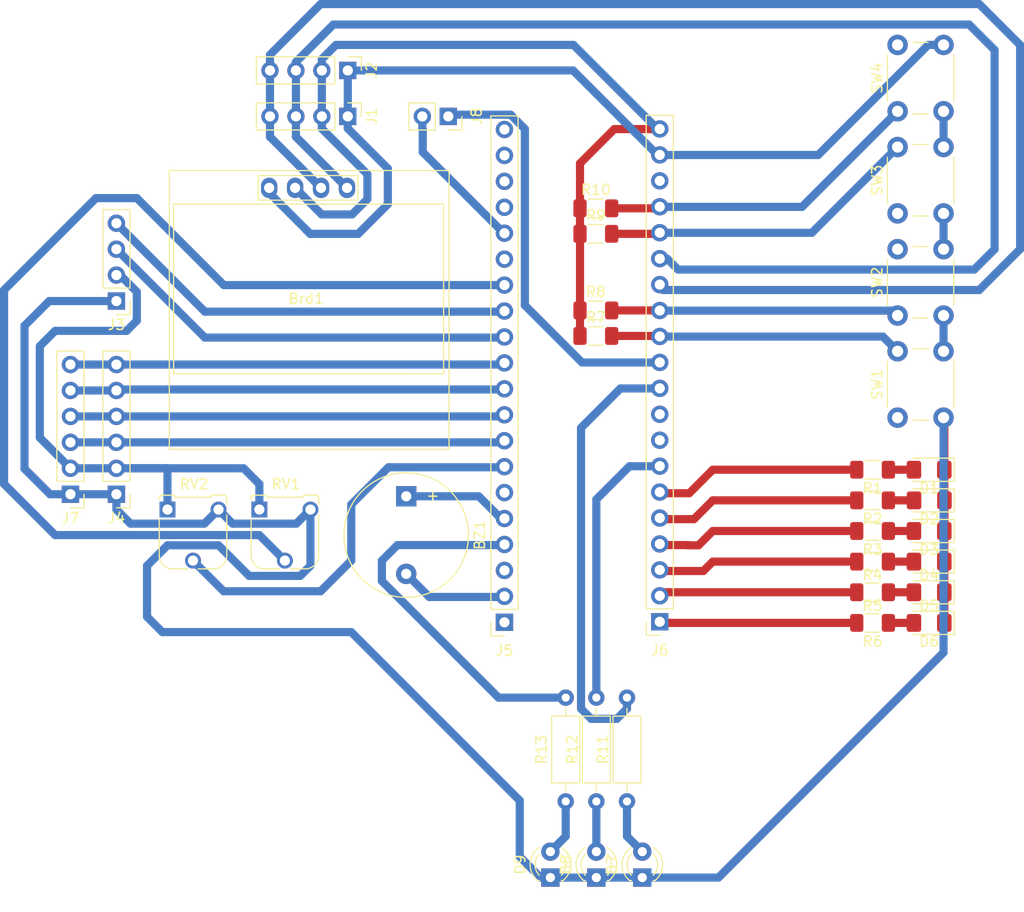
<source format=kicad_pcb>
(kicad_pcb (version 20240108) (generator "pcbnew") (generator_version "8.0")
  (layers (0 "F.Cu" signal) (31 "B.Cu" signal) (34 "B.Paste" user) (35 "F.Paste" user) (36 "B.SilkS" user "B.Silkscreen") (37 "F.SilkS" user "F.Silkscreen") (38 "B.Mask" user) (39 "F.Mask" user) (44 "Edge.Cuts" user))
  (net 0 "")
  (net 1 "/SCL")
  (net 2 "/SDA")
  (net 3 "/GND")
  (net 4 "/VCC_3.3V")
  (net 5 "Net-(D1-A)")
  (net 6 "Net-(D2-A)")
  (net 7 "Net-(D3-A)")
  (net 8 "Net-(D4-A)")
  (net 9 "Net-(D5-A)")
  (net 10 "Net-(D6-A)")
  (net 11 "Net-(D7-A)")
  (net 12 "Net-(D8-A)")
  (net 13 "Net-(D9-A)")
  (net 14 "/USART_TX")
  (net 15 "/USART_RX")
  (net 16 "/MOSI")
  (net 17 "/MISO")
  (net 18 "/SS_SPI")
  (net 19 "/SCK_SPI")
  (net 20 "/POT1")
  (net 28 "/BUZZER")
  (net 29 "/VCC_5V")
  (net 30 "/AIN1")
  (net 31 "/POT2")
  (net 32 "/LED_GRN")
  (net 33 "/LED1")
  (net 34 "/BTN1")
  (net 35 "/LED2")
  (net 36 "/LED0")
  (net 37 "/LED_RED")
  (net 38 "/BTN0")
  (net 39 "/BTN3")
  (net 40 "/LED5")
  (net 41 "/LED3")
  (net 42 "/LED4")
  (net 43 "/BTN2")
  (net 44 "/LED_YLLW")
  (net 45 "/R")
  (net 46 "/SWO")
  (footprint "LED_SMD:LED_1206_3216Metric_Pad1.42x1.75mm_HandSolder" (layer "F.Cu") (at 180.1 82.6 180)
    (property "Reference" "D2" (at 0 -1.82 180) (layer "F.SilkS"))
    (property "Value" "LED_SMD")
    (pad "1" smd roundrect (at -1.4875 0 180) (size 1.425 1.75) (layers "F.Cu" "F.Paste" "F.Mask") (roundrect_rratio 0.175439) (net 3 "/GND"))
    (pad "2" smd roundrect (at 1.4875 0 180) (size 1.425 1.75) (layers "F.Cu" "F.Paste" "F.Mask") (roundrect_rratio 0.175439) (net 6 "Net-(D2-A)"))
  )
  (footprint "Resistor_SMD:R_1206_3216Metric_Pad1.30x1.75mm_HandSolder" (layer "F.Cu") (at 174.55 79.6 180)
    (property "Reference" "R1" (at 0 -1.82 180) (layer "F.SilkS"))
    (property "Value" "R")
    (pad "1" smd roundrect (at -1.55 0 180) (size 1.3 1.75) (layers "F.Cu" "F.Paste" "F.Mask") (roundrect_rratio 0.192308) (net 5 "Net-(D1-A)"))
    (pad "2" smd roundrect (at 1.55 0 180) (size 1.3 1.75) (layers "F.Cu" "F.Paste" "F.Mask") (roundrect_rratio 0.192308) (net 36 "/LED0"))
  )
  (footprint "Button_Switch_THT:SW_PUSH_6mm" (layer "F.Cu") (at 177 54.5 90)
    (property "Reference" "SW3" (at 3.25 -2 270) (layer "F.SilkS"))
    (property "Value" "SW_Push")
    (pad "1" thru_hole circle (at 0 0 180) (size 2 2) (drill 1.1) (layers "*.Cu" "*.Mask") (net 43 "/BTN2"))
    (pad "1" thru_hole circle (at 6.5 0 180) (size 2 2) (drill 1.1) (layers "*.Cu" "*.Mask") (net 43 "/BTN2"))
    (pad "2" thru_hole circle (at 0 4.5 180) (size 2 2) (drill 1.1) (layers "*.Cu" "*.Mask") (net 3 "/GND"))
    (pad "2" thru_hole circle (at 6.5 4.5 180) (size 2 2) (drill 1.1) (layers "*.Cu" "*.Mask") (net 3 "/GND"))
  )
  (footprint "Connector_PinHeader_2.54mm:PinHeader_1x04_P2.54mm_Vertical" (layer "F.Cu") (at 100.5 63.08 180)
    (property "Reference" "J3" (at 0 -2.33 180) (layer "F.SilkS"))
    (property "Value" "Conn_UART")
    (pad "1" thru_hole rect (at 0 0 180) (size 1.7 1.7) (drill 1) (layers "*.Cu" "*.Mask") (net 3 "/GND"))
    (pad "2" thru_hole oval (at 0 2.54 180) (size 1.7 1.7) (drill 1) (layers "*.Cu" "*.Mask") (net 4 "/VCC_3.3V"))
    (pad "3" thru_hole oval (at 0 5.08 180) (size 1.7 1.7) (drill 1) (layers "*.Cu" "*.Mask") (net 15 "/USART_RX"))
    (pad "4" thru_hole oval (at 0 7.62 180) (size 1.7 1.7) (drill 1) (layers "*.Cu" "*.Mask") (net 14 "/USART_TX"))
  )
  (footprint "LED_THT:LED_D3.0mm" (layer "F.Cu") (at 147.5 119.54 90)
    (property "Reference" "D8" (at 1.27 -2.96 270) (layer "F.SilkS"))
    (property "Value" "LED_YELLOW")
    (pad "1" thru_hole rect (at 0 0 90) (size 1.8 1.8) (drill 0.9) (layers "*.Cu" "*.Mask") (net 3 "/GND"))
    (pad "2" thru_hole circle (at 2.54 0 90) (size 1.8 1.8) (drill 0.9) (layers "*.Cu" "*.Mask") (net 12 "Net-(D8-A)"))
  )
  (footprint "Connector_PinHeader_2.54mm:PinHeader_1x04_P2.54mm_Vertical" (layer "F.Cu") (at 123.16 40.5 -90)
    (property "Reference" "J2" (at 0 -2.33 90) (layer "F.SilkS"))
    (property "Value" "Conn_I2C_2" (hide yes))
    (pad "1" thru_hole rect (at 0 0 270) (size 1.7 1.7) (drill 1) (layers "*.Cu" "*.Mask") (net 3 "/GND"))
    (pad "2" thru_hole oval (at 0 2.54 270) (size 1.7 1.7) (drill 1) (layers "*.Cu" "*.Mask") (net 4 "/VCC_3.3V"))
    (pad "3" thru_hole oval (at 0 5.08 270) (size 1.7 1.7) (drill 1) (layers "*.Cu" "*.Mask") (net 2 "/SDA"))
    (pad "4" thru_hole oval (at 0 7.62 270) (size 1.7 1.7) (drill 1) (layers "*.Cu" "*.Mask") (net 1 "/SCL"))
  )
  (footprint "Connector_PinHeader_2.54mm:PinHeader_1x06_P2.54mm_Vertical" (layer "F.Cu") (at 100.5 82 180)
    (property "Reference" "J4" (at 0 -2.33 180) (layer "F.SilkS"))
    (property "Value" "Conn_SPI")
    (pad "1" thru_hole rect (at 0 0 180) (size 1.7 1.7) (drill 1) (layers "*.Cu" "*.Mask") (net 3 "/GND"))
    (pad "2" thru_hole oval (at 0 2.54 180) (size 1.7 1.7) (drill 1) (layers "*.Cu" "*.Mask") (net 4 "/VCC_3.3V"))
    (pad "3" thru_hole oval (at 0 5.08 180) (size 1.7 1.7) (drill 1) (layers "*.Cu" "*.Mask") (net 16 "/MOSI"))
    (pad "4" thru_hole oval (at 0 7.62 180) (size 1.7 1.7) (drill 1) (layers "*.Cu" "*.Mask") (net 17 "/MISO"))
    (pad "5" thru_hole oval (at 0 10.16 180) (size 1.7 1.7) (drill 1) (layers "*.Cu" "*.Mask") (net 19 "/SCK_SPI"))
    (pad "6" thru_hole oval (at 0 12.7 180) (size 1.7 1.7) (drill 1) (layers "*.Cu" "*.Mask") (net 18 "/SS_SPI"))
  )
  (footprint "LED_SMD:LED_1206_3216Metric_Pad1.42x1.75mm_HandSolder" (layer "F.Cu") (at 180.0875 79.6 180)
    (property "Reference" "D1" (at 0 -1.82 180) (layer "F.SilkS"))
    (property "Value" "LED_SMD")
    (pad "1" smd roundrect (at -1.4875 0 180) (size 1.425 1.75) (layers "F.Cu" "F.Paste" "F.Mask") (roundrect_rratio 0.175439) (net 3 "/GND"))
    (pad "2" smd roundrect (at 1.4875 0 180) (size 1.425 1.75) (layers "F.Cu" "F.Paste" "F.Mask") (roundrect_rratio 0.175439) (net 5 "Net-(D1-A)"))
  )
  (footprint "Connector_PinHeader_2.54mm:PinHeader_1x06_P2.54mm_Vertical" (layer "F.Cu") (at 96 82 180)
    (property "Reference" "J7" (at 0 -2.33 180) (layer "F.SilkS"))
    (property "Value" "Conn_SPI")
    (pad "1" thru_hole rect (at 0 0 180) (size 1.7 1.7) (drill 1) (layers "*.Cu" "*.Mask") (net 3 "/GND"))
    (pad "2" thru_hole oval (at 0 2.54 180) (size 1.7 1.7) (drill 1) (layers "*.Cu" "*.Mask") (net 4 "/VCC_3.3V"))
    (pad "3" thru_hole oval (at 0 5.08 180) (size 1.7 1.7) (drill 1) (layers "*.Cu" "*.Mask") (net 16 "/MOSI"))
    (pad "4" thru_hole oval (at 0 7.62 180) (size 1.7 1.7) (drill 1) (layers "*.Cu" "*.Mask") (net 17 "/MISO"))
    (pad "5" thru_hole oval (at 0 10.16 180) (size 1.7 1.7) (drill 1) (layers "*.Cu" "*.Mask") (net 19 "/SCK_SPI"))
    (pad "6" thru_hole oval (at 0 12.7 180) (size 1.7 1.7) (drill 1) (layers "*.Cu" "*.Mask") (net 18 "/SS_SPI"))
  )
  (footprint "Resistor_THT:R_Axial_DIN0207_L6.3mm_D2.5mm_P10.16mm_Horizontal" (layer "F.Cu") (at 144.5 112.08 90)
    (property "Reference" "R13" (at 5.08 -2.37 270) (layer "F.SilkS"))
    (property "Value" "R_THT")
    (pad "1" thru_hole circle (at 0 0 90) (size 1.6 1.6) (drill 0.8) (layers "*.Cu" "*.Mask") (net 13 "Net-(D9-A)"))
    (pad "2" thru_hole oval (at 10.16 0 90) (size 1.6 1.6) (drill 0.8) (layers "*.Cu" "*.Mask") (net 32 "/LED_GRN"))
  )
  (footprint "LED_SMD:LED_1206_3216Metric_Pad1.42x1.75mm_HandSolder" (layer "F.Cu") (at 180.0875 88.6 180)
    (property "Reference" "D4" (at 0 -1.32 180) (layer "F.SilkS"))
    (property "Value" "LED_SMD")
    (pad "1" smd roundrect (at -1.4875 0 180) (size 1.425 1.75) (layers "F.Cu" "F.Paste" "F.Mask") (roundrect_rratio 0.175439) (net 3 "/GND"))
    (pad "2" smd roundrect (at 1.4875 0 180) (size 1.425 1.75) (layers "F.Cu" "F.Paste" "F.Mask") (roundrect_rratio 0.175439) (net 8 "Net-(D4-A)"))
  )
  (footprint "Resistor_SMD:R_1206_3216Metric_Pad1.30x1.75mm_HandSolder" (layer "F.Cu") (at 174.55 94.6 180)
    (property "Reference" "R6" (at 0 -1.82 180) (layer "F.SilkS"))
    (property "Value" "R")
    (pad "1" smd roundrect (at -1.55 0 180) (size 1.3 1.75) (layers "F.Cu" "F.Paste" "F.Mask") (roundrect_rratio 0.192308) (net 10 "Net-(D6-A)"))
    (pad "2" smd roundrect (at 1.55 0 180) (size 1.3 1.75) (layers "F.Cu" "F.Paste" "F.Mask") (roundrect_rratio 0.192308) (net 40 "/LED5"))
  )
  (footprint "LED_THT:LED_D3.0mm" (layer "F.Cu") (at 152 119.54 90)
    (property "Reference" "D7" (at 1.27 -2.96 270) (layer "F.SilkS"))
    (property "Value" "LED_RED")
    (pad "1" thru_hole rect (at 0 0 90) (size 1.8 1.8) (drill 0.9) (layers "*.Cu" "*.Mask") (net 3 "/GND"))
    (pad "2" thru_hole circle (at 2.54 0 90) (size 1.8 1.8) (drill 0.9) (layers "*.Cu" "*.Mask") (net 11 "Net-(D7-A)"))
  )
  (footprint "Button_Switch_THT:SW_PUSH_6mm" (layer "F.Cu") (at 177 44.5 90)
    (property "Reference" "SW4" (at 3.25 -2 270) (layer "F.SilkS"))
    (property "Value" "SW_Push")
    (pad "1" thru_hole circle (at 0 0 180) (size 2 2) (drill 1.1) (layers "*.Cu" "*.Mask") (net 39 "/BTN3"))
    (pad "1" thru_hole circle (at 6.5 0 180) (size 2 2) (drill 1.1) (layers "*.Cu" "*.Mask") (net 39 "/BTN3"))
    (pad "2" thru_hole circle (at 0 4.5 180) (size 2 2) (drill 1.1) (layers "*.Cu" "*.Mask") (net 3 "/GND"))
    (pad "2" thru_hole circle (at 6.5 4.5 180) (size 2 2) (drill 1.1) (layers "*.Cu" "*.Mask") (net 3 "/GND"))
  )
  (footprint "Resistor_SMD:R_1206_3216Metric_Pad1.30x1.75mm_HandSolder" (layer "F.Cu") (at 147.45 66.5)
    (property "Reference" "R7" (at 0 -1.82 360) (layer "F.SilkS"))
    (property "Value" "R")
    (pad "1" smd roundrect (at -1.55 0) (size 1.3 1.75) (layers "F.Cu" "F.Paste" "F.Mask") (roundrect_rratio 0.192308) (net 4 "/VCC_3.3V"))
    (pad "2" smd roundrect (at 1.55 0) (size 1.3 1.75) (layers "F.Cu" "F.Paste" "F.Mask") (roundrect_rratio 0.192308) (net 38 "/BTN0"))
  )
  (footprint "Potentiometer_THT:Potentiometer_Runtron_RM-065_Vertical" (layer "F.Cu") (at 105.5 83.5)
    (property "Reference" "RV2" (at 2.6 -2.5 0) (layer "F.SilkS"))
    (property "Value" "R_Potentiometer_Trim")
    (pad "1" thru_hole rect (at 0 0) (size 1.56 1.56) (drill 1) (layers "*.Cu" "*.Mask") (net 4 "/VCC_3.3V"))
    (pad "2" thru_hole circle (at 2.5 5) (size 1.56 1.56) (drill 1) (layers "*.Cu" "*.Mask") (net 31 "/POT2"))
    (pad "3" thru_hole circle (at 5 0) (size 1.56 1.56) (drill 1) (layers "*.Cu" "*.Mask") (net 3 "/GND"))
  )
  (footprint "LED_SMD:LED_1206_3216Metric_Pad1.42x1.75mm_HandSolder" (layer "F.Cu") (at 180.0875 85.6 180)
    (property "Reference" "D3" (at 0 -1.82 180) (layer "F.SilkS"))
    (property "Value" "LED_SMD")
    (pad "1" smd roundrect (at -1.4875 0 180) (size 1.425 1.75) (layers "F.Cu" "F.Paste" "F.Mask") (roundrect_rratio 0.175439) (net 3 "/GND"))
    (pad "2" smd roundrect (at 1.4875 0 180) (size 1.425 1.75) (layers "F.Cu" "F.Paste" "F.Mask") (roundrect_rratio 0.175439) (net 7 "Net-(D3-A)"))
  )
  (footprint "Resistor_SMD:R_1206_3216Metric_Pad1.30x1.75mm_HandSolder" (layer "F.Cu") (at 174.55 82.6 180)
    (property "Reference" "R2" (at 0 -1.82 180) (layer "F.SilkS"))
    (property "Value" "R")
    (pad "1" smd roundrect (at -1.55 0 180) (size 1.3 1.75) (layers "F.Cu" "F.Paste" "F.Mask") (roundrect_rratio 0.192308) (net 6 "Net-(D2-A)"))
    (pad "2" smd roundrect (at 1.55 0 180) (size 1.3 1.75) (layers "F.Cu" "F.Paste" "F.Mask") (roundrect_rratio 0.192308) (net 33 "/LED1"))
  )
  (footprint "Resistor_SMD:R_1206_3216Metric_Pad1.30x1.75mm_HandSolder" (layer "F.Cu") (at 147.45 64)
    (property "Reference" "R8" (at 0 -1.82 360) (layer "F.SilkS"))
    (property "Value" "R")
    (pad "1" smd roundrect (at -1.55 0) (size 1.3 1.75) (layers "F.Cu" "F.Paste" "F.Mask") (roundrect_rratio 0.192308) (net 4 "/VCC_3.3V"))
    (pad "2" smd roundrect (at 1.55 0) (size 1.3 1.75) (layers "F.Cu" "F.Paste" "F.Mask") (roundrect_rratio 0.192308) (net 34 "/BTN1"))
  )
  (footprint "Buzzer_Beeper:Buzzer_12x9.5RM7.6" (layer "F.Cu") (at 128.88 82.2 -90)
    (property "Reference" "BZ1" (at 3.8 -7.2 90) (layer "F.SilkS"))
    (property "Value" "Buzzer")
    (fp_text user "+" (at -0.01 -2.54 90) (layer "F.SilkS"))
    (pad "1" thru_hole rect (at 0 0 270) (size 2 2) (drill 1) (layers "*.Cu" "*.Mask") (net 28 "/BUZZER"))
    (pad "2" thru_hole circle (at 7.6 0 270) (size 2 2) (drill 1) (layers "*.Cu" "*.Mask") (net 3 "/GND"))
  )
  (footprint "Button_Switch_THT:SW_PUSH_6mm" (layer "F.Cu") (at 177 64.5 90)
    (property "Reference" "SW2" (at 3.25 -2 270) (layer "F.SilkS"))
    (property "Value" "SW_Push")
    (pad "1" thru_hole circle (at 0 0 180) (size 2 2) (drill 1.1) (layers "*.Cu" "*.Mask") (net 34 "/BTN1"))
    (pad "1" thru_hole circle (at 6.5 0 180) (size 2 2) (drill 1.1) (layers "*.Cu" "*.Mask") (net 34 "/BTN1"))
    (pad "2" thru_hole circle (at 0 4.5 180) (size 2 2) (drill 1.1) (layers "*.Cu" "*.Mask") (net 3 "/GND"))
    (pad "2" thru_hole circle (at 6.5 4.5 180) (size 2 2) (drill 1.1) (layers "*.Cu" "*.Mask") (net 3 "/GND"))
  )
  (footprint "Connector_PinSocket_2.54mm:PinSocket_1x20_P2.54mm_Vertical" (layer "F.Cu") (at 153.71 94.49 180)
    (property "Reference" "J6" (at 0 -2.77 180) (layer "F.SilkS"))
    (property "Value" "Conn_01x20")
    (pad "1" thru_hole rect (at 0 0 180) (size 1.7 1.7) (drill 1) (layers "*.Cu" "*.Mask") (net 40 "/LED5"))
    (pad "2" thru_hole oval (at 0 2.54 180) (size 1.7 1.7) (drill 1) (layers "*.Cu" "*.Mask") (net 42 "/LED4"))
    (pad "3" thru_hole oval (at 0 5.08 180) (size 1.7 1.7) (drill 1) (layers "*.Cu" "*.Mask") (net 41 "/LED3"))
    (pad "4" thru_hole oval (at 0 7.62 180) (size 1.7 1.7) (drill 1) (layers "*.Cu" "*.Mask") (net 35 "/LED2"))
    (pad "5" thru_hole oval (at 0 10.16 180) (size 1.7 1.7) (drill 1) (layers "*.Cu" "*.Mask") (net 33 "/LED1"))
    (pad "6" thru_hole oval (at 0 12.7 180) (size 1.7 1.7) (drill 1) (layers "*.Cu" "*.Mask") (net 36 "/LED0"))
    (pad "7" thru_hole oval (at 0 15.24 180) (size 1.7 1.7) (drill 1) (layers "*.Cu" "*.Mask") (net 44 "/LED_YLLW"))
    (pad "8" thru_hole oval (at 0 17.78 180) (size 1.7 1.7) (drill 1) (layers "*.Cu" "*.Mask"))
    (pad "9" thru_hole oval (at 0 20.32 180) (size 1.7 1.7) (drill 1) (layers "*.Cu" "*.Mask"))
    (pad "10" thru_hole oval (at 0 22.86 180) (size 1.7 1.7) (drill 1) (layers "*.Cu" "*.Mask") (net 37 "/LED_RED"))
    (pad "11" thru_hole oval (at 0 25.4 180) (size 1.7 1.7) (drill 1) (layers "*.Cu" "*.Mask") (net 46 "/SWO"))
    (pad "12" thru_hole oval (at 0 27.94 180) (size 1.7 1.7) (drill 1) (layers "*.Cu" "*.Mask") (net 38 "/BTN0"))
    (pad "13" thru_hole oval (at 0 30.48 180) (size 1.7 1.7) (drill 1) (layers "*.Cu" "*.Mask") (net 34 "/BTN1"))
    (pad "14" thru_hole oval (at 0 33.02 180) (size 1.7 1.7) (drill 1) (layers "*.Cu" "*.Mask") (net 1 "/SCL"))
    (pad "15" thru_hole oval (at 0 35.56 180) (size 1.7 1.7) (drill 1) (layers "*.Cu" "*.Mask") (net 2 "/SDA"))
    (pad "16" thru_hole oval (at 0 38.1 180) (size 1.7 1.7) (drill 1) (layers "*.Cu" "*.Mask") (net 43 "/BTN2"))
    (pad "17" thru_hole oval (at 0 40.64 180) (size 1.7 1.7) (drill 1) (layers "*.Cu" "*.Mask") (net 39 "/BTN3"))
    (pad "18" thru_hole oval (at 0 43.18 180) (size 1.7 1.7) (drill 1) (layers "*.Cu" "*.Mask") (net 29 "/VCC_5V"))
    (pad "19" thru_hole oval (at 0 45.72 180) (size 1.7 1.7) (drill 1) (layers "*.Cu" "*.Mask") (net 3 "/GND"))
    (pad "20" thru_hole oval (at 0 48.26 180) (size 1.7 1.7) (drill 1) (layers "*.Cu" "*.Mask") (net 4 "/VCC_3.3V"))
  )
  (footprint "LED_THT:LED_D3.0mm" (layer "F.Cu") (at 143 119.54 90)
    (property "Reference" "D9" (at 1.27 -2.96 270) (layer "F.SilkS"))
    (property "Value" "LED_GREEN")
    (pad "1" thru_hole rect (at 0 0 90) (size 1.8 1.8) (drill 0.9) (layers "*.Cu" "*.Mask") (net 3 "/GND"))
    (pad "2" thru_hole circle (at 2.54 0 90) (size 1.8 1.8) (drill 0.9) (layers "*.Cu" "*.Mask") (net 13 "Net-(D9-A)"))
  )
  (footprint "Resistor_SMD:R_1206_3216Metric_Pad1.30x1.75mm_HandSolder" (layer "F.Cu") (at 174.55 91.6 180)
    (property "Reference" "R5" (at 0 -1.32 180) (layer "F.SilkS"))
    (property "Value" "R")
    (pad "1" smd roundrect (at -1.55 0 180) (size 1.3 1.75) (layers "F.Cu" "F.Paste" "F.Mask") (roundrect_rratio 0.192308) (net 9 "Net-(D5-A)"))
    (pad "2" smd roundrect (at 1.55 0 180) (size 1.3 1.75) (layers "F.Cu" "F.Paste" "F.Mask") (roundrect_rratio 0.192308) (net 42 "/LED4"))
  )
  (footprint "LED_SMD:LED_1206_3216Metric_Pad1.42x1.75mm_HandSolder" (layer "F.Cu") (at 180.0875 94.6 180)
    (property "Reference" "D6" (at 0 -1.82 180) (layer "F.SilkS"))
    (property "Value" "LED_SMD")
    (pad "1" smd roundrect (at -1.4875 0 180) (size 1.425 1.75) (layers "F.Cu" "F.Paste" "F.Mask") (roundrect_rratio 0.175439) (net 3 "/GND"))
    (pad "2" smd roundrect (at 1.4875 0 180) (size 1.425 1.75) (layers "F.Cu" "F.Paste" "F.Mask") (roundrect_rratio 0.175439) (net 10 "Net-(D6-A)"))
  )
  (footprint "Connector_PinSocket_2.54mm:PinSocket_1x02_P2.54mm_Vertical" (layer "F.Cu") (at 133 45 -90)
    (property "Reference" "J8" (at 0 -2.77 90) (layer "F.SilkS"))
    (property "Value" "Conn_SWO_R")
    (pad "1" thru_hole rect (at 0 0 270) (size 1.7 1.7) (drill 1) (layers "*.Cu" "*.Mask") (net 46 "/SWO"))
    (pad "2" thru_hole oval (at 0 2.54 270) (size 1.7 1.7) (drill 1) (layers "*.Cu" "*.Mask") (net 45 "/R"))
  )
  (footprint "Connector_PinHeader_2.54mm:PinHeader_1x04_P2.54mm_Vertical" (layer "F.Cu") (at 123.16 45 -90)
    (property "Reference" "J1" (at 0 -2.33 90) (layer "F.SilkS"))
    (property "Value" "Conn_I2C_1")
    (pad "1" thru_hole rect (at 0 0 270) (size 1.7 1.7) (drill 1) (layers "*.Cu" "*.Mask") (net 3 "/GND"))
    (pad "2" thru_hole oval (at 0 2.54 270) (size 1.7 1.7) (drill 1) (layers "*.Cu" "*.Mask") (net 4 "/VCC_3.3V"))
    (pad "3" thru_hole oval (at 0 5.08 270) (size 1.7 1.7) (drill 1) (layers "*.Cu" "*.Mask") (net 2 "/SDA"))
    (pad "4" thru_hole oval (at 0 7.62 270) (size 1.7 1.7) (drill 1) (layers "*.Cu" "*.Mask") (net 1 "/SCL"))
  )
  (footprint "Resistor_SMD:R_1206_3216Metric_Pad1.30x1.75mm_HandSolder" (layer "F.Cu") (at 147.45 56.5)
    (property "Reference" "R9" (at 0 -1.82 360) (layer "F.SilkS"))
    (property "Value" "R")
    (pad "1" smd roundrect (at -1.55 0) (size 1.3 1.75) (layers "F.Cu" "F.Paste" "F.Mask") (roundrect_rratio 0.192308) (net 4 "/VCC_3.3V"))
    (pad "2" smd roundrect (at 1.55 0) (size 1.3 1.75) (layers "F.Cu" "F.Paste" "F.Mask") (roundrect_rratio 0.192308) (net 43 "/BTN2"))
  )
  (footprint "Resistor_SMD:R_1206_3216Metric_Pad1.30x1.75mm_HandSolder" (layer "F.Cu") (at 174.55 88.6 180)
    (property "Reference" "R4" (at 0 -1.32 180) (layer "F.SilkS"))
    (property "Value" "R")
    (pad "1" smd roundrect (at -1.55 0 180) (size 1.3 1.75) (layers "F.Cu" "F.Paste" "F.Mask") (roundrect_rratio 0.192308) (net 8 "Net-(D4-A)"))
    (pad "2" smd roundrect (at 1.55 0 180) (size 1.3 1.75) (layers "F.Cu" "F.Paste" "F.Mask") (roundrect_rratio 0.192308) (net 41 "/LED3"))
  )
  (footprint "Potentiometer_THT:Potentiometer_Runtron_RM-065_Vertical" (layer "F.Cu") (at 114.5 83.5)
    (property "Reference" "RV1" (at 2.6 -2.5 0) (layer "F.SilkS"))
    (property "Value" "R_Potentiometer_Trim")
    (pad "1" thru_hole rect (at 0 0) (size 1.56 1.56) (drill 1) (layers "*.Cu" "*.Mask") (net 4 "/VCC_3.3V"))
    (pad "2" thru_hole circle (at 2.5 5) (size 1.56 1.56) (drill 1) (layers "*.Cu" "*.Mask") (net 20 "/POT1"))
    (pad "3" thru_hole circle (at 5 0) (size 1.56 1.56) (drill 1) (layers "*.Cu" "*.Mask") (net 3 "/GND"))
  )
  (footprint "Resistor_SMD:R_1206_3216Metric_Pad1.30x1.75mm_HandSolder" (layer "F.Cu") (at 174.55 85.6 180)
    (property "Reference" "R3" (at 0 -1.82 180) (layer "F.SilkS"))
    (property "Value" "R")
    (pad "1" smd roundrect (at -1.55 0 180) (size 1.3 1.75) (layers "F.Cu" "F.Paste" "F.Mask") (roundrect_rratio 0.192308) (net 7 "Net-(D3-A)"))
    (pad "2" smd roundrect (at 1.55 0 180) (size 1.3 1.75) (layers "F.Cu" "F.Paste" "F.Mask") (roundrect_rratio 0.192308) (net 35 "/LED2"))
  )
  (footprint "Resistor_THT:R_Axial_DIN0207_L6.3mm_D2.5mm_P10.16mm_Horizontal" (layer "F.Cu") (at 147.5 112.08 90)
    (property "Reference" "R12" (at 5.08 -2.37 270) (layer "F.SilkS"))
    (property "Value" "R_THT")
    (pad "1" thru_hole circle (at 0 0 90) (size 1.6 1.6) (drill 0.8) (layers "*.Cu" "*.Mask") (net 12 "Net-(D8-A)"))
    (pad "2" thru_hole oval (at 10.16 0 90) (size 1.6 1.6) (drill 0.8) (layers "*.Cu" "*.Mask") (net 44 "/LED_YLLW"))
  )
  (footprint "Button_Switch_THT:SW_PUSH_6mm" (layer "F.Cu") (at 177 74.5 90)
    (property "Reference" "SW1" (at 3.25 -2 270) (layer "F.SilkS"))
    (property "Value" "SW_Push")
    (pad "1" thru_hole circle (at 0 0 180) (size 2 2) (drill 1.1) (layers "*.Cu" "*.Mask") (net 38 "/BTN0"))
    (pad "1" thru_hole circle (at 6.5 0 180) (size 2 2) (drill 1.1) (layers "*.Cu" "*.Mask") (net 38 "/BTN0"))
    (pad "2" thru_hole circle (at 0 4.5 180) (size 2 2) (drill 1.1) (layers "*.Cu" "*.Mask") (net 3 "/GND"))
    (pad "2" thru_hole circle (at 6.5 4.5 180) (size 2 2) (drill 1.1) (layers "*.Cu" "*.Mask") (net 3 "/GND"))
  )
  (footprint "Resistor_SMD:R_1206_3216Metric_Pad1.30x1.75mm_HandSolder" (layer "F.Cu") (at 147.45 54)
    (property "Reference" "R10" (at 0 -1.82 360) (layer "F.SilkS"))
    (property "Value" "R")
    (pad "1" smd roundrect (at -1.55 0) (size 1.3 1.75) (layers "F.Cu" "F.Paste" "F.Mask") (roundrect_rratio 0.192308) (net 4 "/VCC_3.3V"))
    (pad "2" smd roundrect (at 1.55 0) (size 1.3 1.75) (layers "F.Cu" "F.Paste" "F.Mask") (roundrect_rratio 0.192308) (net 39 "/BTN3"))
  )
  (footprint "KiCad-SSD1306-128x64-master:128x64OLED" (layer "F.Cu") (at 119.08 62.6)
    (property "Reference" "Brd1" (at 0 0.254 0) (layer "F.SilkS"))
    (property "Value" "SSD1306")
    (pad "1" thru_hole oval (at -3.62 -10.6 90) (size 2 1.6) (drill 1) (layers "*.Cu" "*.Mask") (net 3 "/GND"))
    (pad "2" thru_hole oval (at -1.08 -10.6 90) (size 2 1.6) (drill 1) (layers "*.Cu" "*.Mask") (net 4 "/VCC_3.3V"))
    (pad "3" thru_hole oval (at 1.46 -10.6 90) (size 2 1.6) (drill 1) (layers "*.Cu" "*.Mask") (net 1 "/SCL"))
    (pad "4" thru_hole oval (at 4 -10.6 90) (size 2 1.6) (drill 1) (layers "*.Cu" "*.Mask") (net 2 "/SDA"))
  )
  (footprint "LED_SMD:LED_1206_3216Metric_Pad1.42x1.75mm_HandSolder" (layer "F.Cu") (at 180.0875 91.6 180)
    (property "Reference" "D5" (at 0 -1.32 180) (layer "F.SilkS"))
    (property "Value" "LED_SMD")
    (pad "1" smd roundrect (at -1.4875 0 180) (size 1.425 1.75) (layers "F.Cu" "F.Paste" "F.Mask") (roundrect_rratio 0.175439) (net 3 "/GND"))
    (pad "2" smd roundrect (at 1.4875 0 180) (size 1.425 1.75) (layers "F.Cu" "F.Paste" "F.Mask") (roundrect_rratio 0.175439) (net 9 "Net-(D5-A)"))
  )
  (footprint "Connector_PinSocket_2.54mm:PinSocket_1x20_P2.54mm_Vertical" (layer "F.Cu") (at 138.5 94.54 180)
    (property "Reference" "J5" (at 0 -2.77 180) (layer "F.SilkS"))
    (property "Value" "Conn_01x20")
    (pad "1" thru_hole rect (at 0 0 180) (size 1.7 1.7) (drill 1) (layers "*.Cu" "*.Mask") (net 29 "/VCC_5V"))
    (pad "2" thru_hole oval (at 0 2.54 180) (size 1.7 1.7) (drill 1) (layers "*.Cu" "*.Mask") (net 3 "/GND"))
    (pad "3" thru_hole oval (at 0 5.08 180) (size 1.7 1.7) (drill 1) (layers "*.Cu" "*.Mask") (net 4 "/VCC_3.3V"))
    (pad "4" thru_hole oval (at 0 7.62 180) (size 1.7 1.7) (drill 1) (layers "*.Cu" "*.Mask") (net 32 "/LED_GRN"))
    (pad "5" thru_hole oval (at 0 10.16 180) (size 1.7 1.7) (drill 1) (layers "*.Cu" "*.Mask") (net 28 "/BUZZER"))
    (pad "6" thru_hole oval (at 0 12.7 180) (size 1.7 1.7) (drill 1) (layers "*.Cu" "*.Mask") (net 30 "/AIN1"))
    (pad "7" thru_hole oval (at 0 15.24 180) (size 1.7 1.7) (drill 1) (layers "*.Cu" "*.Mask") (net 31 "/POT2"))
    (pad "8" thru_hole oval (at 0 17.78 180) (size 1.7 1.7) (drill 1) (layers "*.Cu" "*.Mask") (net 16 "/MOSI"))
    (pad "9" thru_hole oval (at 0 20.32 180) (size 1.7 1.7) (drill 1) (layers "*.Cu" "*.Mask") (net 17 "/MISO"))
    (pad "10" thru_hole oval (at 0 22.86 180) (size 1.7 1.7) (drill 1) (layers "*.Cu" "*.Mask") (net 19 "/SCK_SPI"))
    (pad "11" thru_hole oval (at 0 25.4 180) (size 1.7 1.7) (drill 1) (layers "*.Cu" "*.Mask") (net 18 "/SS_SPI"))
    (pad "12" thru_hole oval (at 0 27.94 180) (size 1.7 1.7) (drill 1) (layers "*.Cu" "*.Mask") (net 15 "/USART_RX"))
    (pad "13" thru_hole oval (at 0 30.48 180) (size 1.7 1.7) (drill 1) (layers "*.Cu" "*.Mask") (net 14 "/USART_TX"))
    (pad "14" thru_hole oval (at 0 33.02 180) (size 1.7 1.7) (drill 1) (layers "*.Cu" "*.Mask") (net 20 "/POT1"))
    (pad "15" thru_hole oval (at 0 35.56 180) (size 1.7 1.7) (drill 1) (layers "*.Cu" "*.Mask"))
    (pad "16" thru_hole oval (at 0 38.1 180) (size 1.7 1.7) (drill 1) (layers "*.Cu" "*.Mask") (net 45 "/R"))
    (pad "17" thru_hole oval (at 0 40.64 180) (size 1.7 1.7) (drill 1) (layers "*.Cu" "*.Mask"))
    (pad "18" thru_hole oval (at 0 43.18 180) (size 1.7 1.7) (drill 1) (layers "*.Cu" "*.Mask"))
    (pad "19" thru_hole oval (at 0 45.72 180) (size 1.7 1.7) (drill 1) (layers "*.Cu" "*.Mask"))
    (pad "20" thru_hole oval (at 0 48.26 180) (size 1.7 1.7) (drill 1) (layers "*.Cu" "*.Mask"))
  )
  (footprint "Resistor_THT:R_Axial_DIN0207_L6.3mm_D2.5mm_P10.16mm_Horizontal" (layer "F.Cu") (at 150.5 112.08 90)
    (property "Reference" "R11" (at 5.08 -2.37 270) (layer "F.SilkS"))
    (property "Value" "R_THT")
    (pad "1" thru_hole circle (at 0 0 90) (size 1.6 1.6) (drill 0.8) (layers "*.Cu" "*.Mask") (net 11 "Net-(D7-A)"))
    (pad "2" thru_hole oval (at 10.16 0 90) (size 1.6 1.6) (drill 0.8) (layers "*.Cu" "*.Mask") (net 37 "/LED_RED"))
  )
  (segment (start 185 62) (end 189 58) (width 0.8) (layer "B.Cu") (net 1))
  (segment (start 115.54 45) (end 115.54 47) (width 0.8) (layer "B.Cu") (net 1))
  (segment (start 115.54 47) (end 120.54 52) (width 0.8) (layer "B.Cu") (net 1))
  (segment (start 189 58) (end 189 38) (width 0.8) (layer "B.Cu") (net 1))
  (segment (start 115.54 38.96) (end 115.54 40.5) (width 0.8) (layer "B.Cu") (net 1))
  (segment (start 115.54 40.5) (end 115.54 45) (width 0.8) (layer "B.Cu") (net 1))
  (segment (start 189 38) (end 185 34) (width 0.8) (layer "B.Cu") (net 1))
  (segment (start 185 34) (end 120.5 34) (width 0.8) (layer "B.Cu") (net 1))
  (segment (start 153.5 61.48) (end 154.02 62) (width 0.8) (layer "B.Cu") (net 1))
  (segment (start 154.02 62) (end 185 62) (width 0.8) (layer "B.Cu") (net 1))
  (segment (start 120.5 34) (end 115.54 38.96) (width 0.8) (layer "B.Cu") (net 1))
  (segment (start 118.08 47) (end 123.08 52) (width 0.8) (layer "B.Cu") (net 2))
  (segment (start 118.08 40.5) (end 118.08 39.67) (width 0.8) (layer "B.Cu") (net 2))
  (segment (start 121.75 36) (end 184 36) (width 0.8) (layer "B.Cu") (net 2))
  (segment (start 118.08 45) (end 118.08 47) (width 0.8) (layer "B.Cu") (net 2))
  (segment (start 184.5 60) (end 155.5 60) (width 0.8) (layer "B.Cu") (net 2))
  (segment (start 186.5 58) (end 184.5 60) (width 0.8) (layer "B.Cu") (net 2))
  (segment (start 186.5 38.5) (end 186.5 58) (width 0.8) (layer "B.Cu") (net 2))
  (segment (start 154.44 58.94) (end 153.5 58.94) (width 0.8) (layer "B.Cu") (net 2))
  (segment (start 118.08 39.67) (end 121.75 36) (width 0.8) (layer "B.Cu") (net 2))
  (segment (start 184 36) (end 186.5 38.5) (width 0.8) (layer "B.Cu") (net 2))
  (segment (start 155.5 60) (end 154.44 58.94) (width 0.8) (layer "B.Cu") (net 2))
  (segment (start 118.08 40.5) (end 118.08 45) (width 0.8) (layer "B.Cu") (net 2))
  (segment (start 181.5875 82.6) (end 181.5875 85.5875) (width 0.8) (layer "F.Cu") (net 3))
  (segment (start 181.575 85.6) (end 181.575 88.6) (width 0.8) (layer "F.Cu") (net 3))
  (segment (start 181.575 79.6) (end 181.575 74.575) (width 0.8) (layer "F.Cu") (net 3))
  (segment (start 181.575 74.575) (end 181.5 74.5) (width 0.8) (layer "F.Cu") (net 3))
  (segment (start 181.575 82.5875) (end 181.5875 82.6) (width 0.8) (layer "F.Cu") (net 3))
  (segment (start 181.575 88.6) (end 181.575 91.6) (width 0.8) (layer "F.Cu") (net 3))
  (segment (start 181.5875 85.5875) (end 181.575 85.6) (width 0.8) (layer "F.Cu") (net 3))
  (segment (start 181.575 79.6) (end 181.575 82.5875) (width 0.8) (layer "F.Cu") (net 3))
  (segment (start 181.575 94.6) (end 181.575 91.6) (width 0.8) (layer "F.Cu") (net 3))
  (segment (start 103.5 89) (end 103.5 94) (width 0.8) (layer "B.Cu") (net 3))
  (segment (start 123.5 95.5) (end 140 112) (width 0.8) (layer "B.Cu") (net 3))
  (segment (start 153.5 48.78) (end 145.22 40.5) (width 0.8) (layer "B.Cu") (net 3))
  (segment (start 96 82) (end 100.5 82) (width 0.8) (layer "B.Cu") (net 3))
  (segment (start 91.5 79.5) (end 94 82) (width 0.8) (layer "B.Cu") (net 3))
  (segment (start 123.16 40.5) (end 123.16 45) (width 0.8) (layer "B.Cu") (net 3))
  (segment (start 119.5 89) (end 118.5 90) (width 0.8) (layer "B.Cu") (net 3))
  (segment (start 118.12 84.88) (end 119.5 83.5) (width 0.8) (layer "B.Cu") (net 3))
  (segment (start 110.5 83.5) (end 109.12 84.88) (width 0.8) (layer "B.Cu") (net 3))
  (segment (start 181.5 58) (end 181.5 54.5) (width 0.8) (layer "B.Cu") (net 3))
  (segment (start 91.5 65.5) (end 91.5 79.5) (width 0.8) (layer "B.Cu") (net 3))
  (segment (start 140 117.5) (end 142.04 119.54) (width 0.8) (layer "B.Cu") (net 3))
  (segment (start 181.5 74.5) (end 181.5 97.5) (width 0.8) (layer "B.Cu") (net 3))
  (segment (start 111.88 84.88) (end 118.12 84.88) (width 0.8) (layer "B.Cu") (net 3))
  (segment (start 119.5 83.5) (end 119.5 89) (width 0.8) (layer "B.Cu") (net 3))
  (segment (start 103.5 94) (end 105 95.5) (width 0.8) (layer "B.Cu") (net 3))
  (segment (start 105 95.5) (end 123.5 95.5) (width 0.8) (layer "B.Cu") (net 3))
  (segment (start 100.5 63.08) (end 93.92 63.08) (width 0.8) (layer "B.Cu") (net 3))
  (segment (start 145.22 40.5) (end 123.16 40.5) (width 0.8) (layer "B.Cu") (net 3))
  (segment (start 119.5 56.52) (end 119.08 56.1) (width 0.8) (layer "B.Cu") (net 3))
  (segment (start 181.5 44.5) (end 181.5 48) (width 0.8) (layer "B.Cu") (net 3))
  (segment (start 109.12 84.88) (end 101.88 84.88) (width 0.8) (layer "B.Cu") (net 3))
  (segment (start 119.08 56.1) (end 115.46 52.48) (width 0.8) (layer "B.Cu") (net 3))
  (segment (start 140 112) (end 140 117.5) (width 0.8) (layer "B.Cu") (net 3))
  (segment (start 142.04 119.54) (end 143 119.54) (width 0.8) (layer "B.Cu") (net 3))
  (segment (start 115.46 52.48) (end 115.46 52) (width 0.8) (layer "B.Cu") (net 3))
  (segment (start 100.5 83.5) (end 100.5 82) (width 0.8) (layer "B.Cu") (net 3))
  (segment (start 119.48 56.5) (end 119.08 56.1) (width 0.8) (layer "B.Cu") (net 3))
  (segment (start 169.22 48.78) (end 180 38) (width 0.8) (layer "B.Cu") (net 3))
  (segment (start 124.18 56.5) (end 119.48 56.5) (width 0.8) (layer "B.Cu") (net 3))
  (segment (start 181.5 68) (end 181.5 64.5) (width 0.8) (layer "B.Cu") (net 3))
  (segment (start 153.5 48.78) (end 169.22 48.78) (width 0.8) (layer "B.Cu") (net 3))
  (segment (start 131.14 92.06) (end 138.225 92.06) (width 0.8) (layer "B.Cu") (net 3))
  (segment (start 101.88 84.88) (end 100.5 83.5) (width 0.8) (layer "B.Cu") (net 3))
  (segment (start 118.5 90) (end 113.5 90) (width 0.8) (layer "B.Cu") (net 3))
  (segment (start 159.46 119.54) (end 152 119.54) (width 0.8) (layer "B.Cu") (net 3))
  (segment (start 127.08 53.6) (end 124.18 56.5) (width 0.8) (layer "B.Cu") (net 3))
  (segment (start 128.88 89.8) (end 131.14 92.06) (width 0.8) (layer "B.Cu") (net 3))
  (segment (start 105.5 87) (end 103.5 89) (width 0.8) (layer "B.Cu") (net 3))
  (segment (start 147.5 119.54) (end 152 119.54) (width 0.8) (layer "B.Cu") (net 3))
  (segment (start 123.16 45) (end 123.16 46.18) (width 0.8) (layer "B.Cu") (net 3))
  (segment (start 123.16 46.18) (end 127.08 50.1) (width 0.8) (layer "B.Cu") (net 3))
  (segment (start 110.5 83.5) (end 111.88 84.88) (width 0.8) (layer "B.Cu") (net 3))
  (segment (start 110.5 87) (end 105.5 87) (width 0.8) (layer "B.Cu") (net 3))
  (segment (start 180 38) (end 181.5 38) (width 0.8) (layer "B.Cu") (net 3))
  (segment (start 143 119.54) (end 147.5 119.54) (width 0.8) (layer "B.Cu") (net 3))
  (segment (start 93.92 63.08) (end 91.5 65.5) (width 0.8) (layer "B.Cu") (net 3))
  (segment (start 181.5 97.5) (end 159.46 119.54) (width 0.8) (layer "B.Cu") (net 3))
  (segment (start 113.5 90) (end 110.5 87) (width 0.8) (layer "B.Cu") (net 3))
  (segment (start 96 82) (end 94 82) (width 0.8) (layer "B.Cu") (net 3))
  (segment (start 127.08 50.1) (end 127.08 53.6) (width 0.8) (layer "B.Cu") (net 3))
  (segment (start 145.9 56.5) (end 145.9 64) (width 0.8) (layer "F.Cu") (net 4))
  (segment (start 145.9 54) (end 145.9 56.5) (width 0.8) (layer "F.Cu") (net 4))
  (segment (start 149.26 46.24) (end 153.5 46.24) (width 0.8) (layer "F.Cu") (net 4))
  (segment (start 145.9 49.6) (end 149.26 46.24) (width 0.8) (layer "F.Cu") (net 4))
  (segment (start 145.9 54) (end 145.9 49.6) (width 0.8) (layer "F.Cu") (net 4))
  (segment (start 145.9 64) (end 145.9 66.5) (width 0.8) (layer "F.Cu") (net 4))
  (segment (start 125.08 53.1) (end 123.58 54.6) (width 0.8) (layer "B.Cu") (net 4))
  (segment (start 93 76.46) (end 96 79.46) (width 0.8) (layer "B.Cu") (net 4))
  (segment (start 120.62 45) (end 120.62 46.202081) (width 0.8) (layer "B.Cu") (net 4))
  (segment (start 100.5 79.46) (end 96 79.46) (width 0.8) (layer "B.Cu") (net 4))
  (segment (start 102.5 62.18) (end 102.5 65) (width 0.8) (layer "B.Cu") (net 4))
  (segment (start 102.5 65) (end 101.5 66) (width 0.8) (layer "B.Cu") (net 4))
  (segment (start 120.6 54.6) (end 118 52) (width 0.8) (layer "B.Cu") (net 4))
  (segment (start 120.62 39.38) (end 120.62 40.5) (width 0.8) (layer "B.Cu") (net 4))
  (segment (start 120.62 40.5) (end 120.62 45) (width 0.8) (layer "B.Cu") (net 4))
  (segment (start 123.58 54.6) (end 120.6 54.6) (width 0.8) (layer "B.Cu") (net 4))
  (segment (start 100.86 60.54) (end 102.5 62.18) (width 0.8) (layer "B.Cu") (net 4))
  (segment (start 102 79.46) (end 112.96 79.46) (width 0.8) (layer "B.Cu") (net 4))
  (segment (start 114.5 81) (end 114.5 83.5) (width 0.8) (layer "B.Cu") (net 4))
  (segment (start 120.62 46.202081) (end 125.08 50.662081) (width 0.8) (layer "B.Cu") (net 4))
  (segment (start 122 38) (end 120.62 39.38) (width 0.8) (layer "B.Cu") (net 4))
  (segment (start 145.26 38) (end 122 38) (width 0.8) (layer "B.Cu") (net 4))
  (segment (start 112.96 79.46) (end 114.5 81) (width 0.8) (layer "B.Cu") (net 4))
  (segment (start 125.08 50.662081) (end 125.08 53.1) (width 0.8) (layer "B.Cu") (net 4))
  (segment (start 105.5 79.46) (end 105.5 83.5) (width 0.8) (layer "B.Cu") (net 4))
  (segment (start 102 79.46) (end 105.5 79.46) (width 0.8) (layer "B.Cu") (net 4))
  (segment (start 93 67.5) (end 93 76.46) (width 0.8) (layer "B.Cu") (net 4))
  (segment (start 153.5 46.24) (end 145.26 38) (width 0.8) (layer "B.Cu") (net 4))
  (segment (start 100.5 60.54) (end 100.86 60.54) (width 0.8) (layer "B.Cu") (net 4))
  (segment (start 94.5 66) (end 93 67.5) (width 0.8) (layer "B.Cu") (net 4))
  (segment (start 100.5 79.46) (end 102 79.46) (width 0.8) (layer "B.Cu") (net 4))
  (segment (start 101.5 66) (end 94.5 66) (width 0.8) (layer "B.Cu") (net 4))
  (segment (start 176.1 79.6) (end 178.6 79.6) (width 0.8) (layer "F.Cu") (net 5))
  (segment (start 176.1 82.6) (end 178.6125 82.6) (width 0.8) (layer "F.Cu") (net 6))
  (segment (start 176.1 85.6) (end 178.6 85.6) (width 0.8) (layer "F.Cu") (net 7))
  (segment (start 176.1 88.6) (end 178.6 88.6) (width 0.8) (layer "F.Cu") (net 8))
  (segment (start 176.1 91.6) (end 178.6 91.6) (width 0.8) (layer "F.Cu") (net 9))
  (segment (start 176.1 94.6) (end 178.6 94.6) (width 0.8) (layer "F.Cu") (net 10))
  (segment (start 150.5 112.08) (end 150.5 115.5) (width 0.8) (layer "B.Cu") (net 11))
  (segment (start 150.5 115.5) (end 152 117) (width 0.8) (layer "B.Cu") (net 11))
  (segment (start 147.5 112.08) (end 147.5 117) (width 0.8) (layer "B.Cu") (net 12))
  (segment (start 144.5 112.08) (end 144.5 115.5) (width 0.8) (layer "B.Cu") (net 13))
  (segment (start 144.5 115.5) (end 143 117) (width 0.8) (layer "B.Cu") (net 13))
  (segment (start 100.5 55.46) (end 109.16 64.12) (width 0.8) (layer "B.Cu") (net 14))
  (segment (start 109.16 64.12) (end 138.225 64.12) (width 0.8) (layer "B.Cu") (net 14))
  (segment (start 100.5 58) (end 109.16 66.66) (width 0.8) (layer "B.Cu") (net 15))
  (segment (start 109.16 66.66) (end 138.225 66.66) (width 0.8) (layer "B.Cu") (net 15))
  (segment (start 138.125 76.92) (end 138.225 76.82) (width 0.8) (layer "F.Cu") (net 16))
  (segment (start 100.5 76.92) (end 138.125 76.92) (width 0.8) (layer "B.Cu") (net 16))
  (segment (start 100.5 76.92) (end 96 76.92) (width 0.8) (layer "B.Cu") (net 16))
  (segment (start 138.125 74.38) (end 138.225 74.28) (width 0.8) (layer "F.Cu") (net 17))
  (segment (start 100.5 74.38) (end 96 74.38) (width 0.8) (layer "B.Cu") (net 17))
  (segment (start 100.5 74.38) (end 138.125 74.38) (width 0.8) (layer "B.Cu") (net 17))
  (segment (start 138.125 69.3) (end 138.225 69.2) (width 0.8) (layer "F.Cu") (net 18))
  (segment (start 100.5 69.3) (end 138.125 69.3) (width 0.8) (layer "B.Cu") (net 18))
  (segment (start 100.5 69.3) (end 96 69.3) (width 0.8) (layer "B.Cu") (net 18))
  (segment (start 100.6 71.74) (end 100.5 71.84) (width 0.8) (layer "F.Cu") (net 19))
  (segment (start 138.225 71.74) (end 100.6 71.74) (width 0.8) (layer "B.Cu") (net 19))
  (segment (start 100.5 71.84) (end 96 71.84) (width 0.8) (layer "B.Cu") (net 19))
  (segment (start 89.5 62) (end 98.5 53) (width 0.8) (layer "B.Cu") (net 20))
  (segment (start 111.02 61.52) (end 138.5 61.52) (width 0.8) (layer "B.Cu") (net 20))
  (segment (start 89.5 81) (end 89.5 62) (width 0.8) (layer "B.Cu") (net 20))
  (segment (start 98.5 53) (end 102.5 53) (width 0.8) (layer "B.Cu") (net 20))
  (segment (start 102.5 53) (end 111.02 61.52) (width 0.8) (layer "B.Cu") (net 20))
  (segment (start 117 88.5) (end 114.5 86) (width 0.8) (layer "B.Cu") (net 20))
  (segment (start 94.5 86) (end 89.5 81) (width 0.8) (layer "B.Cu") (net 20))
  (segment (start 114.5 86) (end 94.5 86) (width 0.8) (layer "B.Cu") (net 20))
  (segment (start 135.985 82.2) (end 138.225 84.44) (width 0.8) (layer "B.Cu") (net 28))
  (segment (start 128.88 82.2) (end 135.985 82.2) (width 0.8) (layer "B.Cu") (net 28))
  (segment (start 108 88.5) (end 111 91.5) (width 0.8) (layer "B.Cu") (net 31))
  (segment (start 127.14 79.36) (end 138.225 79.36) (width 0.8) (layer "B.Cu") (net 31))
  (segment (start 123.5 88.5) (end 123.5 83) (width 0.8) (layer "B.Cu") (net 31))
  (segment (start 111 91.5) (end 120.5 91.5) (width 0.8) (layer "B.Cu") (net 31))
  (segment (start 123.5 83) (end 127.14 79.36) (width 0.8) (layer "B.Cu") (net 31))
  (segment (start 120.5 91.5) (end 123.5 88.5) (width 0.8) (layer "B.Cu") (net 31))
  (segment (start 126.5 90.5) (end 137.92 101.92) (width 0.8) (layer "B.Cu") (net 32))
  (segment (start 128.02 86.98) (end 126.5 88.5) (width 0.8) (layer "B.Cu") (net 32))
  (segment (start 137.92 101.92) (end 144.5 101.92) (width 0.8) (layer "B.Cu") (net 32))
  (segment (start 138.225 86.98) (end 128.02 86.98) (width 0.8) (layer "B.Cu") (net 32))
  (segment (start 126.5 88.5) (end 126.5 90.5) (width 0.8) (layer "B.Cu") (net 32))
  (segment (start 157.06 84.44) (end 153.475 84.44) (width 0.8) (layer "F.Cu") (net 33))
  (segment (start 173 82.6) (end 158.9 82.6) (width 0.8) (layer "F.Cu") (net 33))
  (segment (start 158.9 82.6) (end 157.06 84.44) (width 0.8) (layer "F.Cu") (net 33))
  (segment (start 153.355 64) (end 153.475 64.12) (width 0.8) (layer "F.Cu") (net 34))
  (segment (start 149 64) (end 153.355 64) (width 0.8) (layer "F.Cu") (net 34))
  (segment (start 153.5 64.02) (end 176.52 64.02) (width 0.8) (layer "B.Cu") (net 34))
  (segment (start 176.52 64.02) (end 177 64.5) (width 0.8) (layer "B.Cu") (net 34))
  (segment (start 156.5 87) (end 156.48 86.98) (width 0.8) (layer "F.Cu") (net 35))
  (segment (start 158.9 85.6) (end 157.5 87) (width 0.8) (layer "F.Cu") (net 35))
  (segment (start 156.48 86.98) (end 153.475 86.98) (width 0.8) (layer "F.Cu") (net 35))
  (segment (start 173 85.6) (end 158.9 85.6) (width 0.8) (layer "F.Cu") (net 35))
  (segment (start 157.5 87) (end 156.5 87) (width 0.8) (layer "F.Cu") (net 35))
  (segment (start 158.9 79.6) (end 156.6 81.9) (width 0.8) (layer "F.Cu") (net 36))
  (segment (start 156.6 81.9) (end 153.475 81.9) (width 0.8) (layer "F.Cu") (net 36))
  (segment (start 173 79.6) (end 158.9 79.6) (width 0.8) (layer "F.Cu") (net 36))
  (segment (start 146 103) (end 146 75.5) (width 0.8) (layer "B.Cu") (net 37))
  (segment (start 149.86 71.64) (end 153.5 71.64) (width 0.8) (layer "B.Cu") (net 37))
  (segment (start 149.5 104) (end 147 104) (width 0.8) (layer "B.Cu") (net 37))
  (segment (start 150.5 103) (end 149.5 104) (width 0.8) (layer "B.Cu") (net 37))
  (segment (start 150.5 101.92) (end 150.5 103) (width 0.8) (layer "B.Cu") (net 37))
  (segment (start 146 75.5) (end 149.86 71.64) (width 0.8) (layer "B.Cu") (net 37))
  (segment (start 147 104) (end 146 103) (width 0.8) (layer "B.Cu") (net 37))
  (segment (start 149 66.5) (end 153.315 66.5) (width 0.8) (layer "F.Cu") (net 38))
  (segment (start 153.315 66.5) (end 153.475 66.66) (width 0.8) (layer "F.Cu") (net 38))
  (segment (start 175.56 66.56) (end 177 68) (width 0.8) (layer "B.Cu") (net 38))
  (segment (start 153.5 66.56) (end 175.56 66.56) (width 0.8) (layer "B.Cu") (net 38))
  (segment (start 149 54) (end 153.435 54) (width 0.8) (layer "F.Cu") (net 39))
  (segment (start 153.435 54) (end 153.475 53.96) (width 0.8) (layer "F.Cu") (net 39))
  (segment (start 177 44.5) (end 167.64 53.86) (width 0.8) (layer "B.Cu") (net 39))
  (segment (start 167.64 53.86) (end 153.5 53.86) (width 0.8) (layer "B.Cu") (net 39))
  (segment (start 153.475 94.6) (end 173 94.6) (width 0.8) (layer "F.Cu") (net 40))
  (segment (start 157.98 89.52) (end 153.475 89.52) (width 0.8) (layer "F.Cu") (net 41))
  (segment (start 158.9 88.6) (end 157.98 89.52) (width 0.8) (layer "F.Cu") (net 41))
  (segment (start 173 88.6) (end 158.9 88.6) (width 0.8) (layer "F.Cu") (net 41))
  (segment (start 173 91.6) (end 153.935 91.6) (width 0.8) (layer "F.Cu") (net 42))
  (segment (start 153.935 91.6) (end 153.475 92.06) (width 0.8) (layer "F.Cu") (net 42))
  (segment (start 149 56.5) (end 153.475 56.5) (width 0.8) (layer "F.Cu") (net 43))
  (segment (start 153.5 56.4) (end 168.6 56.4) (width 0.8) (layer "B.Cu") (net 43))
  (segment (start 168.6 56.4) (end 177 48) (width 0.8) (layer "B.Cu") (net 43))
  (segment (start 147.5 82.5) (end 150.74 79.26) (width 0.8) (layer "B.Cu") (net 44))
  (segment (start 150.74 79.26) (end 153.5 79.26) (width 0.8) (layer "B.Cu") (net 44))
  (segment (start 147.5 101.92) (end 147.5 82.5) (width 0.8) (layer "B.Cu") (net 44))
  (segment (start 130.5 48.5) (end 138.44 56.44) (width 0.8) (layer "B.Cu") (net 45))
  (segment (start 138.44 56.44) (end 138.5 56.44) (width 0.8) (layer "B.Cu") (net 45))
  (segment (start 130.5 46.242081) (end 130.5 48.5) (width 0.8) (layer "B.Cu") (net 45))
  (segment (start 130.46 45) (end 130.46 46.202081) (width 0.8) (layer "B.Cu") (net 45))
  (segment (start 130.46 46.202081) (end 130.5 46.242081) (width 0.8) (layer "B.Cu") (net 45))
  (segment (start 133.17 44.83) (end 133 45) (width 0.8) (layer "B.Cu") (net 46))
  (segment (start 146.1 69.1) (end 140.5 63.5) (width 0.8) (layer "B.Cu") (net 46))
  (segment (start 140.5 63.5) (end 140.5 46.22939) (width 0.8) (layer "B.Cu") (net 46))
  (segment (start 153.5 69.1) (end 146.1 69.1) (width 0.8) (layer "B.Cu") (net 46))
  (segment (start 140.5 46.22939) (end 139.10061 44.83) (width 0.8) (layer "B.Cu") (net 46))
  (segment (start 139.10061 44.83) (end 133.17 44.83) (width 0.8) (layer "B.Cu") (net 46))
)
</source>
